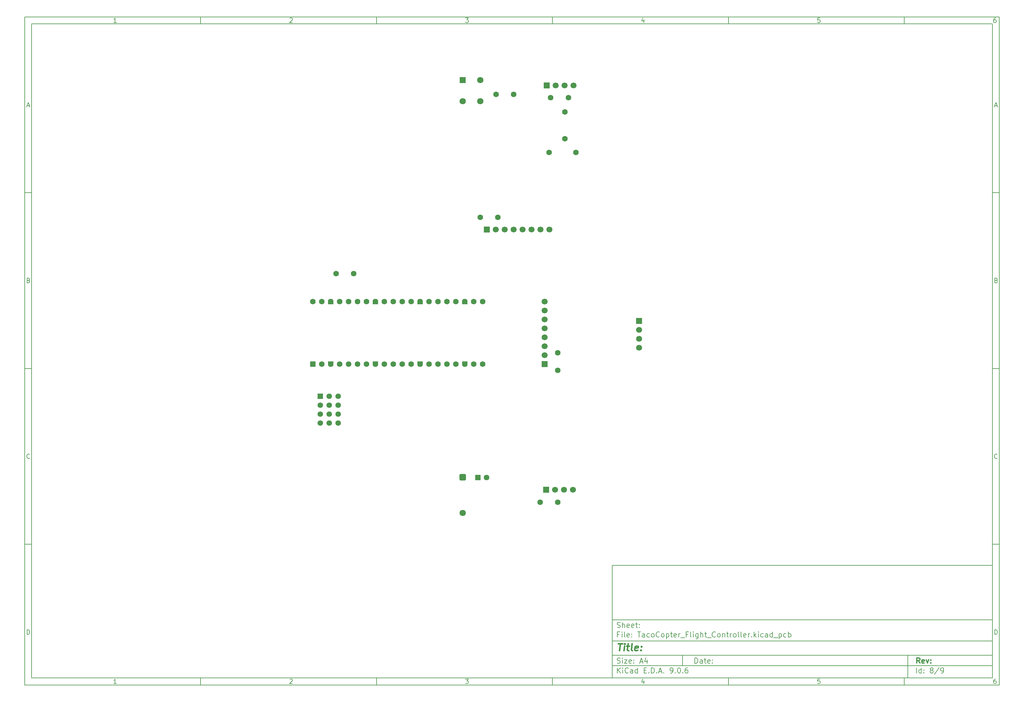
<source format=gbs>
%TF.GenerationSoftware,KiCad,Pcbnew,9.0.6*%
%TF.CreationDate,2025-12-23T20:17:25-05:00*%
%TF.ProjectId,TacoCopter_Flight_Controller,5461636f-436f-4707-9465-725f466c6967,rev?*%
%TF.SameCoordinates,Original*%
%TF.FileFunction,Soldermask,Bot*%
%TF.FilePolarity,Negative*%
%FSLAX46Y46*%
G04 Gerber Fmt 4.6, Leading zero omitted, Abs format (unit mm)*
G04 Created by KiCad (PCBNEW 9.0.6) date 2025-12-23 20:17:25*
%MOMM*%
%LPD*%
G01*
G04 APERTURE LIST*
G04 Aperture macros list*
%AMRoundRect*
0 Rectangle with rounded corners*
0 $1 Rounding radius*
0 $2 $3 $4 $5 $6 $7 $8 $9 X,Y pos of 4 corners*
0 Add a 4 corners polygon primitive as box body*
4,1,4,$2,$3,$4,$5,$6,$7,$8,$9,$2,$3,0*
0 Add four circle primitives for the rounded corners*
1,1,$1+$1,$2,$3*
1,1,$1+$1,$4,$5*
1,1,$1+$1,$6,$7*
1,1,$1+$1,$8,$9*
0 Add four rect primitives between the rounded corners*
20,1,$1+$1,$2,$3,$4,$5,0*
20,1,$1+$1,$4,$5,$6,$7,0*
20,1,$1+$1,$6,$7,$8,$9,0*
20,1,$1+$1,$8,$9,$2,$3,0*%
%AMFreePoly0*
4,1,37,0.603843,0.796157,0.639018,0.796157,0.711114,0.766294,0.766294,0.711114,0.796157,0.639018,0.796157,0.603843,0.800000,0.600000,0.800000,-0.600000,0.796157,-0.603843,0.796157,-0.639018,0.766294,-0.711114,0.711114,-0.766294,0.639018,-0.796157,0.603843,-0.796157,0.600000,-0.800000,0.000000,-0.800000,0.000000,-0.796148,-0.078414,-0.796148,-0.232228,-0.765552,-0.377117,-0.705537,
-0.507515,-0.618408,-0.618408,-0.507515,-0.705537,-0.377117,-0.765552,-0.232228,-0.796148,-0.078414,-0.796148,0.078414,-0.765552,0.232228,-0.705537,0.377117,-0.618408,0.507515,-0.507515,0.618408,-0.377117,0.705537,-0.232228,0.765552,-0.078414,0.796148,0.000000,0.796148,0.000000,0.800000,0.600000,0.800000,0.603843,0.796157,0.603843,0.796157,$1*%
%AMFreePoly1*
4,1,37,0.000000,0.796148,0.078414,0.796148,0.232228,0.765552,0.377117,0.705537,0.507515,0.618408,0.618408,0.507515,0.705537,0.377117,0.765552,0.232228,0.796148,0.078414,0.796148,-0.078414,0.765552,-0.232228,0.705537,-0.377117,0.618408,-0.507515,0.507515,-0.618408,0.377117,-0.705537,0.232228,-0.765552,0.078414,-0.796148,0.000000,-0.796148,0.000000,-0.800000,-0.600000,-0.800000,
-0.603843,-0.796157,-0.639018,-0.796157,-0.711114,-0.766294,-0.766294,-0.711114,-0.796157,-0.639018,-0.796157,-0.603843,-0.800000,-0.600000,-0.800000,0.600000,-0.796157,0.603843,-0.796157,0.639018,-0.766294,0.711114,-0.711114,0.766294,-0.639018,0.796157,-0.603843,0.796157,-0.600000,0.800000,0.000000,0.800000,0.000000,0.796148,0.000000,0.796148,$1*%
G04 Aperture macros list end*
%ADD10C,0.100000*%
%ADD11C,0.150000*%
%ADD12C,0.300000*%
%ADD13C,0.400000*%
%ADD14RoundRect,0.200000X0.600000X-0.600000X0.600000X0.600000X-0.600000X0.600000X-0.600000X-0.600000X0*%
%ADD15C,1.600000*%
%ADD16FreePoly0,90.000000*%
%ADD17FreePoly1,90.000000*%
%ADD18R,1.700000X1.700000*%
%ADD19C,1.700000*%
%ADD20RoundRect,0.250000X-0.550000X-0.550000X0.550000X-0.550000X0.550000X0.550000X-0.550000X0.550000X0*%
%ADD21RoundRect,0.102000X-0.685000X0.685000X-0.685000X-0.685000X0.685000X-0.685000X0.685000X0.685000X0*%
%ADD22C,1.574000*%
%ADD23RoundRect,0.250000X-0.650000X0.650000X-0.650000X-0.650000X0.650000X-0.650000X0.650000X0.650000X0*%
%ADD24C,1.800000*%
%ADD25R,1.800000X1.800000*%
G04 APERTURE END LIST*
D10*
D11*
X177002200Y-166007200D02*
X285002200Y-166007200D01*
X285002200Y-198007200D01*
X177002200Y-198007200D01*
X177002200Y-166007200D01*
D10*
D11*
X10000000Y-10000000D02*
X287002200Y-10000000D01*
X287002200Y-200007200D01*
X10000000Y-200007200D01*
X10000000Y-10000000D01*
D10*
D11*
X12000000Y-12000000D02*
X285002200Y-12000000D01*
X285002200Y-198007200D01*
X12000000Y-198007200D01*
X12000000Y-12000000D01*
D10*
D11*
X60000000Y-12000000D02*
X60000000Y-10000000D01*
D10*
D11*
X110000000Y-12000000D02*
X110000000Y-10000000D01*
D10*
D11*
X160000000Y-12000000D02*
X160000000Y-10000000D01*
D10*
D11*
X210000000Y-12000000D02*
X210000000Y-10000000D01*
D10*
D11*
X260000000Y-12000000D02*
X260000000Y-10000000D01*
D10*
D11*
X36089160Y-11593604D02*
X35346303Y-11593604D01*
X35717731Y-11593604D02*
X35717731Y-10293604D01*
X35717731Y-10293604D02*
X35593922Y-10479319D01*
X35593922Y-10479319D02*
X35470112Y-10603128D01*
X35470112Y-10603128D02*
X35346303Y-10665033D01*
D10*
D11*
X85346303Y-10417414D02*
X85408207Y-10355509D01*
X85408207Y-10355509D02*
X85532017Y-10293604D01*
X85532017Y-10293604D02*
X85841541Y-10293604D01*
X85841541Y-10293604D02*
X85965350Y-10355509D01*
X85965350Y-10355509D02*
X86027255Y-10417414D01*
X86027255Y-10417414D02*
X86089160Y-10541223D01*
X86089160Y-10541223D02*
X86089160Y-10665033D01*
X86089160Y-10665033D02*
X86027255Y-10850747D01*
X86027255Y-10850747D02*
X85284398Y-11593604D01*
X85284398Y-11593604D02*
X86089160Y-11593604D01*
D10*
D11*
X135284398Y-10293604D02*
X136089160Y-10293604D01*
X136089160Y-10293604D02*
X135655826Y-10788842D01*
X135655826Y-10788842D02*
X135841541Y-10788842D01*
X135841541Y-10788842D02*
X135965350Y-10850747D01*
X135965350Y-10850747D02*
X136027255Y-10912652D01*
X136027255Y-10912652D02*
X136089160Y-11036461D01*
X136089160Y-11036461D02*
X136089160Y-11345985D01*
X136089160Y-11345985D02*
X136027255Y-11469795D01*
X136027255Y-11469795D02*
X135965350Y-11531700D01*
X135965350Y-11531700D02*
X135841541Y-11593604D01*
X135841541Y-11593604D02*
X135470112Y-11593604D01*
X135470112Y-11593604D02*
X135346303Y-11531700D01*
X135346303Y-11531700D02*
X135284398Y-11469795D01*
D10*
D11*
X185965350Y-10726938D02*
X185965350Y-11593604D01*
X185655826Y-10231700D02*
X185346303Y-11160271D01*
X185346303Y-11160271D02*
X186151064Y-11160271D01*
D10*
D11*
X236027255Y-10293604D02*
X235408207Y-10293604D01*
X235408207Y-10293604D02*
X235346303Y-10912652D01*
X235346303Y-10912652D02*
X235408207Y-10850747D01*
X235408207Y-10850747D02*
X235532017Y-10788842D01*
X235532017Y-10788842D02*
X235841541Y-10788842D01*
X235841541Y-10788842D02*
X235965350Y-10850747D01*
X235965350Y-10850747D02*
X236027255Y-10912652D01*
X236027255Y-10912652D02*
X236089160Y-11036461D01*
X236089160Y-11036461D02*
X236089160Y-11345985D01*
X236089160Y-11345985D02*
X236027255Y-11469795D01*
X236027255Y-11469795D02*
X235965350Y-11531700D01*
X235965350Y-11531700D02*
X235841541Y-11593604D01*
X235841541Y-11593604D02*
X235532017Y-11593604D01*
X235532017Y-11593604D02*
X235408207Y-11531700D01*
X235408207Y-11531700D02*
X235346303Y-11469795D01*
D10*
D11*
X285965350Y-10293604D02*
X285717731Y-10293604D01*
X285717731Y-10293604D02*
X285593922Y-10355509D01*
X285593922Y-10355509D02*
X285532017Y-10417414D01*
X285532017Y-10417414D02*
X285408207Y-10603128D01*
X285408207Y-10603128D02*
X285346303Y-10850747D01*
X285346303Y-10850747D02*
X285346303Y-11345985D01*
X285346303Y-11345985D02*
X285408207Y-11469795D01*
X285408207Y-11469795D02*
X285470112Y-11531700D01*
X285470112Y-11531700D02*
X285593922Y-11593604D01*
X285593922Y-11593604D02*
X285841541Y-11593604D01*
X285841541Y-11593604D02*
X285965350Y-11531700D01*
X285965350Y-11531700D02*
X286027255Y-11469795D01*
X286027255Y-11469795D02*
X286089160Y-11345985D01*
X286089160Y-11345985D02*
X286089160Y-11036461D01*
X286089160Y-11036461D02*
X286027255Y-10912652D01*
X286027255Y-10912652D02*
X285965350Y-10850747D01*
X285965350Y-10850747D02*
X285841541Y-10788842D01*
X285841541Y-10788842D02*
X285593922Y-10788842D01*
X285593922Y-10788842D02*
X285470112Y-10850747D01*
X285470112Y-10850747D02*
X285408207Y-10912652D01*
X285408207Y-10912652D02*
X285346303Y-11036461D01*
D10*
D11*
X60000000Y-198007200D02*
X60000000Y-200007200D01*
D10*
D11*
X110000000Y-198007200D02*
X110000000Y-200007200D01*
D10*
D11*
X160000000Y-198007200D02*
X160000000Y-200007200D01*
D10*
D11*
X210000000Y-198007200D02*
X210000000Y-200007200D01*
D10*
D11*
X260000000Y-198007200D02*
X260000000Y-200007200D01*
D10*
D11*
X36089160Y-199600804D02*
X35346303Y-199600804D01*
X35717731Y-199600804D02*
X35717731Y-198300804D01*
X35717731Y-198300804D02*
X35593922Y-198486519D01*
X35593922Y-198486519D02*
X35470112Y-198610328D01*
X35470112Y-198610328D02*
X35346303Y-198672233D01*
D10*
D11*
X85346303Y-198424614D02*
X85408207Y-198362709D01*
X85408207Y-198362709D02*
X85532017Y-198300804D01*
X85532017Y-198300804D02*
X85841541Y-198300804D01*
X85841541Y-198300804D02*
X85965350Y-198362709D01*
X85965350Y-198362709D02*
X86027255Y-198424614D01*
X86027255Y-198424614D02*
X86089160Y-198548423D01*
X86089160Y-198548423D02*
X86089160Y-198672233D01*
X86089160Y-198672233D02*
X86027255Y-198857947D01*
X86027255Y-198857947D02*
X85284398Y-199600804D01*
X85284398Y-199600804D02*
X86089160Y-199600804D01*
D10*
D11*
X135284398Y-198300804D02*
X136089160Y-198300804D01*
X136089160Y-198300804D02*
X135655826Y-198796042D01*
X135655826Y-198796042D02*
X135841541Y-198796042D01*
X135841541Y-198796042D02*
X135965350Y-198857947D01*
X135965350Y-198857947D02*
X136027255Y-198919852D01*
X136027255Y-198919852D02*
X136089160Y-199043661D01*
X136089160Y-199043661D02*
X136089160Y-199353185D01*
X136089160Y-199353185D02*
X136027255Y-199476995D01*
X136027255Y-199476995D02*
X135965350Y-199538900D01*
X135965350Y-199538900D02*
X135841541Y-199600804D01*
X135841541Y-199600804D02*
X135470112Y-199600804D01*
X135470112Y-199600804D02*
X135346303Y-199538900D01*
X135346303Y-199538900D02*
X135284398Y-199476995D01*
D10*
D11*
X185965350Y-198734138D02*
X185965350Y-199600804D01*
X185655826Y-198238900D02*
X185346303Y-199167471D01*
X185346303Y-199167471D02*
X186151064Y-199167471D01*
D10*
D11*
X236027255Y-198300804D02*
X235408207Y-198300804D01*
X235408207Y-198300804D02*
X235346303Y-198919852D01*
X235346303Y-198919852D02*
X235408207Y-198857947D01*
X235408207Y-198857947D02*
X235532017Y-198796042D01*
X235532017Y-198796042D02*
X235841541Y-198796042D01*
X235841541Y-198796042D02*
X235965350Y-198857947D01*
X235965350Y-198857947D02*
X236027255Y-198919852D01*
X236027255Y-198919852D02*
X236089160Y-199043661D01*
X236089160Y-199043661D02*
X236089160Y-199353185D01*
X236089160Y-199353185D02*
X236027255Y-199476995D01*
X236027255Y-199476995D02*
X235965350Y-199538900D01*
X235965350Y-199538900D02*
X235841541Y-199600804D01*
X235841541Y-199600804D02*
X235532017Y-199600804D01*
X235532017Y-199600804D02*
X235408207Y-199538900D01*
X235408207Y-199538900D02*
X235346303Y-199476995D01*
D10*
D11*
X285965350Y-198300804D02*
X285717731Y-198300804D01*
X285717731Y-198300804D02*
X285593922Y-198362709D01*
X285593922Y-198362709D02*
X285532017Y-198424614D01*
X285532017Y-198424614D02*
X285408207Y-198610328D01*
X285408207Y-198610328D02*
X285346303Y-198857947D01*
X285346303Y-198857947D02*
X285346303Y-199353185D01*
X285346303Y-199353185D02*
X285408207Y-199476995D01*
X285408207Y-199476995D02*
X285470112Y-199538900D01*
X285470112Y-199538900D02*
X285593922Y-199600804D01*
X285593922Y-199600804D02*
X285841541Y-199600804D01*
X285841541Y-199600804D02*
X285965350Y-199538900D01*
X285965350Y-199538900D02*
X286027255Y-199476995D01*
X286027255Y-199476995D02*
X286089160Y-199353185D01*
X286089160Y-199353185D02*
X286089160Y-199043661D01*
X286089160Y-199043661D02*
X286027255Y-198919852D01*
X286027255Y-198919852D02*
X285965350Y-198857947D01*
X285965350Y-198857947D02*
X285841541Y-198796042D01*
X285841541Y-198796042D02*
X285593922Y-198796042D01*
X285593922Y-198796042D02*
X285470112Y-198857947D01*
X285470112Y-198857947D02*
X285408207Y-198919852D01*
X285408207Y-198919852D02*
X285346303Y-199043661D01*
D10*
D11*
X10000000Y-60000000D02*
X12000000Y-60000000D01*
D10*
D11*
X10000000Y-110000000D02*
X12000000Y-110000000D01*
D10*
D11*
X10000000Y-160000000D02*
X12000000Y-160000000D01*
D10*
D11*
X10690476Y-35222176D02*
X11309523Y-35222176D01*
X10566666Y-35593604D02*
X10999999Y-34293604D01*
X10999999Y-34293604D02*
X11433333Y-35593604D01*
D10*
D11*
X11092857Y-84912652D02*
X11278571Y-84974557D01*
X11278571Y-84974557D02*
X11340476Y-85036461D01*
X11340476Y-85036461D02*
X11402380Y-85160271D01*
X11402380Y-85160271D02*
X11402380Y-85345985D01*
X11402380Y-85345985D02*
X11340476Y-85469795D01*
X11340476Y-85469795D02*
X11278571Y-85531700D01*
X11278571Y-85531700D02*
X11154761Y-85593604D01*
X11154761Y-85593604D02*
X10659523Y-85593604D01*
X10659523Y-85593604D02*
X10659523Y-84293604D01*
X10659523Y-84293604D02*
X11092857Y-84293604D01*
X11092857Y-84293604D02*
X11216666Y-84355509D01*
X11216666Y-84355509D02*
X11278571Y-84417414D01*
X11278571Y-84417414D02*
X11340476Y-84541223D01*
X11340476Y-84541223D02*
X11340476Y-84665033D01*
X11340476Y-84665033D02*
X11278571Y-84788842D01*
X11278571Y-84788842D02*
X11216666Y-84850747D01*
X11216666Y-84850747D02*
X11092857Y-84912652D01*
X11092857Y-84912652D02*
X10659523Y-84912652D01*
D10*
D11*
X11402380Y-135469795D02*
X11340476Y-135531700D01*
X11340476Y-135531700D02*
X11154761Y-135593604D01*
X11154761Y-135593604D02*
X11030952Y-135593604D01*
X11030952Y-135593604D02*
X10845238Y-135531700D01*
X10845238Y-135531700D02*
X10721428Y-135407890D01*
X10721428Y-135407890D02*
X10659523Y-135284080D01*
X10659523Y-135284080D02*
X10597619Y-135036461D01*
X10597619Y-135036461D02*
X10597619Y-134850747D01*
X10597619Y-134850747D02*
X10659523Y-134603128D01*
X10659523Y-134603128D02*
X10721428Y-134479319D01*
X10721428Y-134479319D02*
X10845238Y-134355509D01*
X10845238Y-134355509D02*
X11030952Y-134293604D01*
X11030952Y-134293604D02*
X11154761Y-134293604D01*
X11154761Y-134293604D02*
X11340476Y-134355509D01*
X11340476Y-134355509D02*
X11402380Y-134417414D01*
D10*
D11*
X10659523Y-185593604D02*
X10659523Y-184293604D01*
X10659523Y-184293604D02*
X10969047Y-184293604D01*
X10969047Y-184293604D02*
X11154761Y-184355509D01*
X11154761Y-184355509D02*
X11278571Y-184479319D01*
X11278571Y-184479319D02*
X11340476Y-184603128D01*
X11340476Y-184603128D02*
X11402380Y-184850747D01*
X11402380Y-184850747D02*
X11402380Y-185036461D01*
X11402380Y-185036461D02*
X11340476Y-185284080D01*
X11340476Y-185284080D02*
X11278571Y-185407890D01*
X11278571Y-185407890D02*
X11154761Y-185531700D01*
X11154761Y-185531700D02*
X10969047Y-185593604D01*
X10969047Y-185593604D02*
X10659523Y-185593604D01*
D10*
D11*
X287002200Y-60000000D02*
X285002200Y-60000000D01*
D10*
D11*
X287002200Y-110000000D02*
X285002200Y-110000000D01*
D10*
D11*
X287002200Y-160000000D02*
X285002200Y-160000000D01*
D10*
D11*
X285692676Y-35222176D02*
X286311723Y-35222176D01*
X285568866Y-35593604D02*
X286002199Y-34293604D01*
X286002199Y-34293604D02*
X286435533Y-35593604D01*
D10*
D11*
X286095057Y-84912652D02*
X286280771Y-84974557D01*
X286280771Y-84974557D02*
X286342676Y-85036461D01*
X286342676Y-85036461D02*
X286404580Y-85160271D01*
X286404580Y-85160271D02*
X286404580Y-85345985D01*
X286404580Y-85345985D02*
X286342676Y-85469795D01*
X286342676Y-85469795D02*
X286280771Y-85531700D01*
X286280771Y-85531700D02*
X286156961Y-85593604D01*
X286156961Y-85593604D02*
X285661723Y-85593604D01*
X285661723Y-85593604D02*
X285661723Y-84293604D01*
X285661723Y-84293604D02*
X286095057Y-84293604D01*
X286095057Y-84293604D02*
X286218866Y-84355509D01*
X286218866Y-84355509D02*
X286280771Y-84417414D01*
X286280771Y-84417414D02*
X286342676Y-84541223D01*
X286342676Y-84541223D02*
X286342676Y-84665033D01*
X286342676Y-84665033D02*
X286280771Y-84788842D01*
X286280771Y-84788842D02*
X286218866Y-84850747D01*
X286218866Y-84850747D02*
X286095057Y-84912652D01*
X286095057Y-84912652D02*
X285661723Y-84912652D01*
D10*
D11*
X286404580Y-135469795D02*
X286342676Y-135531700D01*
X286342676Y-135531700D02*
X286156961Y-135593604D01*
X286156961Y-135593604D02*
X286033152Y-135593604D01*
X286033152Y-135593604D02*
X285847438Y-135531700D01*
X285847438Y-135531700D02*
X285723628Y-135407890D01*
X285723628Y-135407890D02*
X285661723Y-135284080D01*
X285661723Y-135284080D02*
X285599819Y-135036461D01*
X285599819Y-135036461D02*
X285599819Y-134850747D01*
X285599819Y-134850747D02*
X285661723Y-134603128D01*
X285661723Y-134603128D02*
X285723628Y-134479319D01*
X285723628Y-134479319D02*
X285847438Y-134355509D01*
X285847438Y-134355509D02*
X286033152Y-134293604D01*
X286033152Y-134293604D02*
X286156961Y-134293604D01*
X286156961Y-134293604D02*
X286342676Y-134355509D01*
X286342676Y-134355509D02*
X286404580Y-134417414D01*
D10*
D11*
X285661723Y-185593604D02*
X285661723Y-184293604D01*
X285661723Y-184293604D02*
X285971247Y-184293604D01*
X285971247Y-184293604D02*
X286156961Y-184355509D01*
X286156961Y-184355509D02*
X286280771Y-184479319D01*
X286280771Y-184479319D02*
X286342676Y-184603128D01*
X286342676Y-184603128D02*
X286404580Y-184850747D01*
X286404580Y-184850747D02*
X286404580Y-185036461D01*
X286404580Y-185036461D02*
X286342676Y-185284080D01*
X286342676Y-185284080D02*
X286280771Y-185407890D01*
X286280771Y-185407890D02*
X286156961Y-185531700D01*
X286156961Y-185531700D02*
X285971247Y-185593604D01*
X285971247Y-185593604D02*
X285661723Y-185593604D01*
D10*
D11*
X200458026Y-193793328D02*
X200458026Y-192293328D01*
X200458026Y-192293328D02*
X200815169Y-192293328D01*
X200815169Y-192293328D02*
X201029455Y-192364757D01*
X201029455Y-192364757D02*
X201172312Y-192507614D01*
X201172312Y-192507614D02*
X201243741Y-192650471D01*
X201243741Y-192650471D02*
X201315169Y-192936185D01*
X201315169Y-192936185D02*
X201315169Y-193150471D01*
X201315169Y-193150471D02*
X201243741Y-193436185D01*
X201243741Y-193436185D02*
X201172312Y-193579042D01*
X201172312Y-193579042D02*
X201029455Y-193721900D01*
X201029455Y-193721900D02*
X200815169Y-193793328D01*
X200815169Y-193793328D02*
X200458026Y-193793328D01*
X202600884Y-193793328D02*
X202600884Y-193007614D01*
X202600884Y-193007614D02*
X202529455Y-192864757D01*
X202529455Y-192864757D02*
X202386598Y-192793328D01*
X202386598Y-192793328D02*
X202100884Y-192793328D01*
X202100884Y-192793328D02*
X201958026Y-192864757D01*
X202600884Y-193721900D02*
X202458026Y-193793328D01*
X202458026Y-193793328D02*
X202100884Y-193793328D01*
X202100884Y-193793328D02*
X201958026Y-193721900D01*
X201958026Y-193721900D02*
X201886598Y-193579042D01*
X201886598Y-193579042D02*
X201886598Y-193436185D01*
X201886598Y-193436185D02*
X201958026Y-193293328D01*
X201958026Y-193293328D02*
X202100884Y-193221900D01*
X202100884Y-193221900D02*
X202458026Y-193221900D01*
X202458026Y-193221900D02*
X202600884Y-193150471D01*
X203100884Y-192793328D02*
X203672312Y-192793328D01*
X203315169Y-192293328D02*
X203315169Y-193579042D01*
X203315169Y-193579042D02*
X203386598Y-193721900D01*
X203386598Y-193721900D02*
X203529455Y-193793328D01*
X203529455Y-193793328D02*
X203672312Y-193793328D01*
X204743741Y-193721900D02*
X204600884Y-193793328D01*
X204600884Y-193793328D02*
X204315170Y-193793328D01*
X204315170Y-193793328D02*
X204172312Y-193721900D01*
X204172312Y-193721900D02*
X204100884Y-193579042D01*
X204100884Y-193579042D02*
X204100884Y-193007614D01*
X204100884Y-193007614D02*
X204172312Y-192864757D01*
X204172312Y-192864757D02*
X204315170Y-192793328D01*
X204315170Y-192793328D02*
X204600884Y-192793328D01*
X204600884Y-192793328D02*
X204743741Y-192864757D01*
X204743741Y-192864757D02*
X204815170Y-193007614D01*
X204815170Y-193007614D02*
X204815170Y-193150471D01*
X204815170Y-193150471D02*
X204100884Y-193293328D01*
X205458026Y-193650471D02*
X205529455Y-193721900D01*
X205529455Y-193721900D02*
X205458026Y-193793328D01*
X205458026Y-193793328D02*
X205386598Y-193721900D01*
X205386598Y-193721900D02*
X205458026Y-193650471D01*
X205458026Y-193650471D02*
X205458026Y-193793328D01*
X205458026Y-192864757D02*
X205529455Y-192936185D01*
X205529455Y-192936185D02*
X205458026Y-193007614D01*
X205458026Y-193007614D02*
X205386598Y-192936185D01*
X205386598Y-192936185D02*
X205458026Y-192864757D01*
X205458026Y-192864757D02*
X205458026Y-193007614D01*
D10*
D11*
X177002200Y-194507200D02*
X285002200Y-194507200D01*
D10*
D11*
X178458026Y-196593328D02*
X178458026Y-195093328D01*
X179315169Y-196593328D02*
X178672312Y-195736185D01*
X179315169Y-195093328D02*
X178458026Y-195950471D01*
X179958026Y-196593328D02*
X179958026Y-195593328D01*
X179958026Y-195093328D02*
X179886598Y-195164757D01*
X179886598Y-195164757D02*
X179958026Y-195236185D01*
X179958026Y-195236185D02*
X180029455Y-195164757D01*
X180029455Y-195164757D02*
X179958026Y-195093328D01*
X179958026Y-195093328D02*
X179958026Y-195236185D01*
X181529455Y-196450471D02*
X181458027Y-196521900D01*
X181458027Y-196521900D02*
X181243741Y-196593328D01*
X181243741Y-196593328D02*
X181100884Y-196593328D01*
X181100884Y-196593328D02*
X180886598Y-196521900D01*
X180886598Y-196521900D02*
X180743741Y-196379042D01*
X180743741Y-196379042D02*
X180672312Y-196236185D01*
X180672312Y-196236185D02*
X180600884Y-195950471D01*
X180600884Y-195950471D02*
X180600884Y-195736185D01*
X180600884Y-195736185D02*
X180672312Y-195450471D01*
X180672312Y-195450471D02*
X180743741Y-195307614D01*
X180743741Y-195307614D02*
X180886598Y-195164757D01*
X180886598Y-195164757D02*
X181100884Y-195093328D01*
X181100884Y-195093328D02*
X181243741Y-195093328D01*
X181243741Y-195093328D02*
X181458027Y-195164757D01*
X181458027Y-195164757D02*
X181529455Y-195236185D01*
X182815170Y-196593328D02*
X182815170Y-195807614D01*
X182815170Y-195807614D02*
X182743741Y-195664757D01*
X182743741Y-195664757D02*
X182600884Y-195593328D01*
X182600884Y-195593328D02*
X182315170Y-195593328D01*
X182315170Y-195593328D02*
X182172312Y-195664757D01*
X182815170Y-196521900D02*
X182672312Y-196593328D01*
X182672312Y-196593328D02*
X182315170Y-196593328D01*
X182315170Y-196593328D02*
X182172312Y-196521900D01*
X182172312Y-196521900D02*
X182100884Y-196379042D01*
X182100884Y-196379042D02*
X182100884Y-196236185D01*
X182100884Y-196236185D02*
X182172312Y-196093328D01*
X182172312Y-196093328D02*
X182315170Y-196021900D01*
X182315170Y-196021900D02*
X182672312Y-196021900D01*
X182672312Y-196021900D02*
X182815170Y-195950471D01*
X184172313Y-196593328D02*
X184172313Y-195093328D01*
X184172313Y-196521900D02*
X184029455Y-196593328D01*
X184029455Y-196593328D02*
X183743741Y-196593328D01*
X183743741Y-196593328D02*
X183600884Y-196521900D01*
X183600884Y-196521900D02*
X183529455Y-196450471D01*
X183529455Y-196450471D02*
X183458027Y-196307614D01*
X183458027Y-196307614D02*
X183458027Y-195879042D01*
X183458027Y-195879042D02*
X183529455Y-195736185D01*
X183529455Y-195736185D02*
X183600884Y-195664757D01*
X183600884Y-195664757D02*
X183743741Y-195593328D01*
X183743741Y-195593328D02*
X184029455Y-195593328D01*
X184029455Y-195593328D02*
X184172313Y-195664757D01*
X186029455Y-195807614D02*
X186529455Y-195807614D01*
X186743741Y-196593328D02*
X186029455Y-196593328D01*
X186029455Y-196593328D02*
X186029455Y-195093328D01*
X186029455Y-195093328D02*
X186743741Y-195093328D01*
X187386598Y-196450471D02*
X187458027Y-196521900D01*
X187458027Y-196521900D02*
X187386598Y-196593328D01*
X187386598Y-196593328D02*
X187315170Y-196521900D01*
X187315170Y-196521900D02*
X187386598Y-196450471D01*
X187386598Y-196450471D02*
X187386598Y-196593328D01*
X188100884Y-196593328D02*
X188100884Y-195093328D01*
X188100884Y-195093328D02*
X188458027Y-195093328D01*
X188458027Y-195093328D02*
X188672313Y-195164757D01*
X188672313Y-195164757D02*
X188815170Y-195307614D01*
X188815170Y-195307614D02*
X188886599Y-195450471D01*
X188886599Y-195450471D02*
X188958027Y-195736185D01*
X188958027Y-195736185D02*
X188958027Y-195950471D01*
X188958027Y-195950471D02*
X188886599Y-196236185D01*
X188886599Y-196236185D02*
X188815170Y-196379042D01*
X188815170Y-196379042D02*
X188672313Y-196521900D01*
X188672313Y-196521900D02*
X188458027Y-196593328D01*
X188458027Y-196593328D02*
X188100884Y-196593328D01*
X189600884Y-196450471D02*
X189672313Y-196521900D01*
X189672313Y-196521900D02*
X189600884Y-196593328D01*
X189600884Y-196593328D02*
X189529456Y-196521900D01*
X189529456Y-196521900D02*
X189600884Y-196450471D01*
X189600884Y-196450471D02*
X189600884Y-196593328D01*
X190243742Y-196164757D02*
X190958028Y-196164757D01*
X190100885Y-196593328D02*
X190600885Y-195093328D01*
X190600885Y-195093328D02*
X191100885Y-196593328D01*
X191600884Y-196450471D02*
X191672313Y-196521900D01*
X191672313Y-196521900D02*
X191600884Y-196593328D01*
X191600884Y-196593328D02*
X191529456Y-196521900D01*
X191529456Y-196521900D02*
X191600884Y-196450471D01*
X191600884Y-196450471D02*
X191600884Y-196593328D01*
X193529456Y-196593328D02*
X193815170Y-196593328D01*
X193815170Y-196593328D02*
X193958027Y-196521900D01*
X193958027Y-196521900D02*
X194029456Y-196450471D01*
X194029456Y-196450471D02*
X194172313Y-196236185D01*
X194172313Y-196236185D02*
X194243742Y-195950471D01*
X194243742Y-195950471D02*
X194243742Y-195379042D01*
X194243742Y-195379042D02*
X194172313Y-195236185D01*
X194172313Y-195236185D02*
X194100885Y-195164757D01*
X194100885Y-195164757D02*
X193958027Y-195093328D01*
X193958027Y-195093328D02*
X193672313Y-195093328D01*
X193672313Y-195093328D02*
X193529456Y-195164757D01*
X193529456Y-195164757D02*
X193458027Y-195236185D01*
X193458027Y-195236185D02*
X193386599Y-195379042D01*
X193386599Y-195379042D02*
X193386599Y-195736185D01*
X193386599Y-195736185D02*
X193458027Y-195879042D01*
X193458027Y-195879042D02*
X193529456Y-195950471D01*
X193529456Y-195950471D02*
X193672313Y-196021900D01*
X193672313Y-196021900D02*
X193958027Y-196021900D01*
X193958027Y-196021900D02*
X194100885Y-195950471D01*
X194100885Y-195950471D02*
X194172313Y-195879042D01*
X194172313Y-195879042D02*
X194243742Y-195736185D01*
X194886598Y-196450471D02*
X194958027Y-196521900D01*
X194958027Y-196521900D02*
X194886598Y-196593328D01*
X194886598Y-196593328D02*
X194815170Y-196521900D01*
X194815170Y-196521900D02*
X194886598Y-196450471D01*
X194886598Y-196450471D02*
X194886598Y-196593328D01*
X195886599Y-195093328D02*
X196029456Y-195093328D01*
X196029456Y-195093328D02*
X196172313Y-195164757D01*
X196172313Y-195164757D02*
X196243742Y-195236185D01*
X196243742Y-195236185D02*
X196315170Y-195379042D01*
X196315170Y-195379042D02*
X196386599Y-195664757D01*
X196386599Y-195664757D02*
X196386599Y-196021900D01*
X196386599Y-196021900D02*
X196315170Y-196307614D01*
X196315170Y-196307614D02*
X196243742Y-196450471D01*
X196243742Y-196450471D02*
X196172313Y-196521900D01*
X196172313Y-196521900D02*
X196029456Y-196593328D01*
X196029456Y-196593328D02*
X195886599Y-196593328D01*
X195886599Y-196593328D02*
X195743742Y-196521900D01*
X195743742Y-196521900D02*
X195672313Y-196450471D01*
X195672313Y-196450471D02*
X195600884Y-196307614D01*
X195600884Y-196307614D02*
X195529456Y-196021900D01*
X195529456Y-196021900D02*
X195529456Y-195664757D01*
X195529456Y-195664757D02*
X195600884Y-195379042D01*
X195600884Y-195379042D02*
X195672313Y-195236185D01*
X195672313Y-195236185D02*
X195743742Y-195164757D01*
X195743742Y-195164757D02*
X195886599Y-195093328D01*
X197029455Y-196450471D02*
X197100884Y-196521900D01*
X197100884Y-196521900D02*
X197029455Y-196593328D01*
X197029455Y-196593328D02*
X196958027Y-196521900D01*
X196958027Y-196521900D02*
X197029455Y-196450471D01*
X197029455Y-196450471D02*
X197029455Y-196593328D01*
X198386599Y-195093328D02*
X198100884Y-195093328D01*
X198100884Y-195093328D02*
X197958027Y-195164757D01*
X197958027Y-195164757D02*
X197886599Y-195236185D01*
X197886599Y-195236185D02*
X197743741Y-195450471D01*
X197743741Y-195450471D02*
X197672313Y-195736185D01*
X197672313Y-195736185D02*
X197672313Y-196307614D01*
X197672313Y-196307614D02*
X197743741Y-196450471D01*
X197743741Y-196450471D02*
X197815170Y-196521900D01*
X197815170Y-196521900D02*
X197958027Y-196593328D01*
X197958027Y-196593328D02*
X198243741Y-196593328D01*
X198243741Y-196593328D02*
X198386599Y-196521900D01*
X198386599Y-196521900D02*
X198458027Y-196450471D01*
X198458027Y-196450471D02*
X198529456Y-196307614D01*
X198529456Y-196307614D02*
X198529456Y-195950471D01*
X198529456Y-195950471D02*
X198458027Y-195807614D01*
X198458027Y-195807614D02*
X198386599Y-195736185D01*
X198386599Y-195736185D02*
X198243741Y-195664757D01*
X198243741Y-195664757D02*
X197958027Y-195664757D01*
X197958027Y-195664757D02*
X197815170Y-195736185D01*
X197815170Y-195736185D02*
X197743741Y-195807614D01*
X197743741Y-195807614D02*
X197672313Y-195950471D01*
D10*
D11*
X177002200Y-191507200D02*
X285002200Y-191507200D01*
D10*
D12*
X264413853Y-193785528D02*
X263913853Y-193071242D01*
X263556710Y-193785528D02*
X263556710Y-192285528D01*
X263556710Y-192285528D02*
X264128139Y-192285528D01*
X264128139Y-192285528D02*
X264270996Y-192356957D01*
X264270996Y-192356957D02*
X264342425Y-192428385D01*
X264342425Y-192428385D02*
X264413853Y-192571242D01*
X264413853Y-192571242D02*
X264413853Y-192785528D01*
X264413853Y-192785528D02*
X264342425Y-192928385D01*
X264342425Y-192928385D02*
X264270996Y-192999814D01*
X264270996Y-192999814D02*
X264128139Y-193071242D01*
X264128139Y-193071242D02*
X263556710Y-193071242D01*
X265628139Y-193714100D02*
X265485282Y-193785528D01*
X265485282Y-193785528D02*
X265199568Y-193785528D01*
X265199568Y-193785528D02*
X265056710Y-193714100D01*
X265056710Y-193714100D02*
X264985282Y-193571242D01*
X264985282Y-193571242D02*
X264985282Y-192999814D01*
X264985282Y-192999814D02*
X265056710Y-192856957D01*
X265056710Y-192856957D02*
X265199568Y-192785528D01*
X265199568Y-192785528D02*
X265485282Y-192785528D01*
X265485282Y-192785528D02*
X265628139Y-192856957D01*
X265628139Y-192856957D02*
X265699568Y-192999814D01*
X265699568Y-192999814D02*
X265699568Y-193142671D01*
X265699568Y-193142671D02*
X264985282Y-193285528D01*
X266199567Y-192785528D02*
X266556710Y-193785528D01*
X266556710Y-193785528D02*
X266913853Y-192785528D01*
X267485281Y-193642671D02*
X267556710Y-193714100D01*
X267556710Y-193714100D02*
X267485281Y-193785528D01*
X267485281Y-193785528D02*
X267413853Y-193714100D01*
X267413853Y-193714100D02*
X267485281Y-193642671D01*
X267485281Y-193642671D02*
X267485281Y-193785528D01*
X267485281Y-192856957D02*
X267556710Y-192928385D01*
X267556710Y-192928385D02*
X267485281Y-192999814D01*
X267485281Y-192999814D02*
X267413853Y-192928385D01*
X267413853Y-192928385D02*
X267485281Y-192856957D01*
X267485281Y-192856957D02*
X267485281Y-192999814D01*
D10*
D11*
X178386598Y-193721900D02*
X178600884Y-193793328D01*
X178600884Y-193793328D02*
X178958026Y-193793328D01*
X178958026Y-193793328D02*
X179100884Y-193721900D01*
X179100884Y-193721900D02*
X179172312Y-193650471D01*
X179172312Y-193650471D02*
X179243741Y-193507614D01*
X179243741Y-193507614D02*
X179243741Y-193364757D01*
X179243741Y-193364757D02*
X179172312Y-193221900D01*
X179172312Y-193221900D02*
X179100884Y-193150471D01*
X179100884Y-193150471D02*
X178958026Y-193079042D01*
X178958026Y-193079042D02*
X178672312Y-193007614D01*
X178672312Y-193007614D02*
X178529455Y-192936185D01*
X178529455Y-192936185D02*
X178458026Y-192864757D01*
X178458026Y-192864757D02*
X178386598Y-192721900D01*
X178386598Y-192721900D02*
X178386598Y-192579042D01*
X178386598Y-192579042D02*
X178458026Y-192436185D01*
X178458026Y-192436185D02*
X178529455Y-192364757D01*
X178529455Y-192364757D02*
X178672312Y-192293328D01*
X178672312Y-192293328D02*
X179029455Y-192293328D01*
X179029455Y-192293328D02*
X179243741Y-192364757D01*
X179886597Y-193793328D02*
X179886597Y-192793328D01*
X179886597Y-192293328D02*
X179815169Y-192364757D01*
X179815169Y-192364757D02*
X179886597Y-192436185D01*
X179886597Y-192436185D02*
X179958026Y-192364757D01*
X179958026Y-192364757D02*
X179886597Y-192293328D01*
X179886597Y-192293328D02*
X179886597Y-192436185D01*
X180458026Y-192793328D02*
X181243741Y-192793328D01*
X181243741Y-192793328D02*
X180458026Y-193793328D01*
X180458026Y-193793328D02*
X181243741Y-193793328D01*
X182386598Y-193721900D02*
X182243741Y-193793328D01*
X182243741Y-193793328D02*
X181958027Y-193793328D01*
X181958027Y-193793328D02*
X181815169Y-193721900D01*
X181815169Y-193721900D02*
X181743741Y-193579042D01*
X181743741Y-193579042D02*
X181743741Y-193007614D01*
X181743741Y-193007614D02*
X181815169Y-192864757D01*
X181815169Y-192864757D02*
X181958027Y-192793328D01*
X181958027Y-192793328D02*
X182243741Y-192793328D01*
X182243741Y-192793328D02*
X182386598Y-192864757D01*
X182386598Y-192864757D02*
X182458027Y-193007614D01*
X182458027Y-193007614D02*
X182458027Y-193150471D01*
X182458027Y-193150471D02*
X181743741Y-193293328D01*
X183100883Y-193650471D02*
X183172312Y-193721900D01*
X183172312Y-193721900D02*
X183100883Y-193793328D01*
X183100883Y-193793328D02*
X183029455Y-193721900D01*
X183029455Y-193721900D02*
X183100883Y-193650471D01*
X183100883Y-193650471D02*
X183100883Y-193793328D01*
X183100883Y-192864757D02*
X183172312Y-192936185D01*
X183172312Y-192936185D02*
X183100883Y-193007614D01*
X183100883Y-193007614D02*
X183029455Y-192936185D01*
X183029455Y-192936185D02*
X183100883Y-192864757D01*
X183100883Y-192864757D02*
X183100883Y-193007614D01*
X184886598Y-193364757D02*
X185600884Y-193364757D01*
X184743741Y-193793328D02*
X185243741Y-192293328D01*
X185243741Y-192293328D02*
X185743741Y-193793328D01*
X186886598Y-192793328D02*
X186886598Y-193793328D01*
X186529455Y-192221900D02*
X186172312Y-193293328D01*
X186172312Y-193293328D02*
X187100883Y-193293328D01*
D10*
D11*
X263458026Y-196593328D02*
X263458026Y-195093328D01*
X264815170Y-196593328D02*
X264815170Y-195093328D01*
X264815170Y-196521900D02*
X264672312Y-196593328D01*
X264672312Y-196593328D02*
X264386598Y-196593328D01*
X264386598Y-196593328D02*
X264243741Y-196521900D01*
X264243741Y-196521900D02*
X264172312Y-196450471D01*
X264172312Y-196450471D02*
X264100884Y-196307614D01*
X264100884Y-196307614D02*
X264100884Y-195879042D01*
X264100884Y-195879042D02*
X264172312Y-195736185D01*
X264172312Y-195736185D02*
X264243741Y-195664757D01*
X264243741Y-195664757D02*
X264386598Y-195593328D01*
X264386598Y-195593328D02*
X264672312Y-195593328D01*
X264672312Y-195593328D02*
X264815170Y-195664757D01*
X265529455Y-196450471D02*
X265600884Y-196521900D01*
X265600884Y-196521900D02*
X265529455Y-196593328D01*
X265529455Y-196593328D02*
X265458027Y-196521900D01*
X265458027Y-196521900D02*
X265529455Y-196450471D01*
X265529455Y-196450471D02*
X265529455Y-196593328D01*
X265529455Y-195664757D02*
X265600884Y-195736185D01*
X265600884Y-195736185D02*
X265529455Y-195807614D01*
X265529455Y-195807614D02*
X265458027Y-195736185D01*
X265458027Y-195736185D02*
X265529455Y-195664757D01*
X265529455Y-195664757D02*
X265529455Y-195807614D01*
X267600884Y-195736185D02*
X267458027Y-195664757D01*
X267458027Y-195664757D02*
X267386598Y-195593328D01*
X267386598Y-195593328D02*
X267315170Y-195450471D01*
X267315170Y-195450471D02*
X267315170Y-195379042D01*
X267315170Y-195379042D02*
X267386598Y-195236185D01*
X267386598Y-195236185D02*
X267458027Y-195164757D01*
X267458027Y-195164757D02*
X267600884Y-195093328D01*
X267600884Y-195093328D02*
X267886598Y-195093328D01*
X267886598Y-195093328D02*
X268029456Y-195164757D01*
X268029456Y-195164757D02*
X268100884Y-195236185D01*
X268100884Y-195236185D02*
X268172313Y-195379042D01*
X268172313Y-195379042D02*
X268172313Y-195450471D01*
X268172313Y-195450471D02*
X268100884Y-195593328D01*
X268100884Y-195593328D02*
X268029456Y-195664757D01*
X268029456Y-195664757D02*
X267886598Y-195736185D01*
X267886598Y-195736185D02*
X267600884Y-195736185D01*
X267600884Y-195736185D02*
X267458027Y-195807614D01*
X267458027Y-195807614D02*
X267386598Y-195879042D01*
X267386598Y-195879042D02*
X267315170Y-196021900D01*
X267315170Y-196021900D02*
X267315170Y-196307614D01*
X267315170Y-196307614D02*
X267386598Y-196450471D01*
X267386598Y-196450471D02*
X267458027Y-196521900D01*
X267458027Y-196521900D02*
X267600884Y-196593328D01*
X267600884Y-196593328D02*
X267886598Y-196593328D01*
X267886598Y-196593328D02*
X268029456Y-196521900D01*
X268029456Y-196521900D02*
X268100884Y-196450471D01*
X268100884Y-196450471D02*
X268172313Y-196307614D01*
X268172313Y-196307614D02*
X268172313Y-196021900D01*
X268172313Y-196021900D02*
X268100884Y-195879042D01*
X268100884Y-195879042D02*
X268029456Y-195807614D01*
X268029456Y-195807614D02*
X267886598Y-195736185D01*
X269886598Y-195021900D02*
X268600884Y-196950471D01*
X270458027Y-196593328D02*
X270743741Y-196593328D01*
X270743741Y-196593328D02*
X270886598Y-196521900D01*
X270886598Y-196521900D02*
X270958027Y-196450471D01*
X270958027Y-196450471D02*
X271100884Y-196236185D01*
X271100884Y-196236185D02*
X271172313Y-195950471D01*
X271172313Y-195950471D02*
X271172313Y-195379042D01*
X271172313Y-195379042D02*
X271100884Y-195236185D01*
X271100884Y-195236185D02*
X271029456Y-195164757D01*
X271029456Y-195164757D02*
X270886598Y-195093328D01*
X270886598Y-195093328D02*
X270600884Y-195093328D01*
X270600884Y-195093328D02*
X270458027Y-195164757D01*
X270458027Y-195164757D02*
X270386598Y-195236185D01*
X270386598Y-195236185D02*
X270315170Y-195379042D01*
X270315170Y-195379042D02*
X270315170Y-195736185D01*
X270315170Y-195736185D02*
X270386598Y-195879042D01*
X270386598Y-195879042D02*
X270458027Y-195950471D01*
X270458027Y-195950471D02*
X270600884Y-196021900D01*
X270600884Y-196021900D02*
X270886598Y-196021900D01*
X270886598Y-196021900D02*
X271029456Y-195950471D01*
X271029456Y-195950471D02*
X271100884Y-195879042D01*
X271100884Y-195879042D02*
X271172313Y-195736185D01*
D10*
D11*
X177002200Y-187507200D02*
X285002200Y-187507200D01*
D10*
D13*
X178693928Y-188211638D02*
X179836785Y-188211638D01*
X179015357Y-190211638D02*
X179265357Y-188211638D01*
X180253452Y-190211638D02*
X180420119Y-188878304D01*
X180503452Y-188211638D02*
X180396309Y-188306876D01*
X180396309Y-188306876D02*
X180479643Y-188402114D01*
X180479643Y-188402114D02*
X180586786Y-188306876D01*
X180586786Y-188306876D02*
X180503452Y-188211638D01*
X180503452Y-188211638D02*
X180479643Y-188402114D01*
X181086786Y-188878304D02*
X181848690Y-188878304D01*
X181455833Y-188211638D02*
X181241548Y-189925923D01*
X181241548Y-189925923D02*
X181312976Y-190116400D01*
X181312976Y-190116400D02*
X181491548Y-190211638D01*
X181491548Y-190211638D02*
X181682024Y-190211638D01*
X182634405Y-190211638D02*
X182455833Y-190116400D01*
X182455833Y-190116400D02*
X182384405Y-189925923D01*
X182384405Y-189925923D02*
X182598690Y-188211638D01*
X184170119Y-190116400D02*
X183967738Y-190211638D01*
X183967738Y-190211638D02*
X183586785Y-190211638D01*
X183586785Y-190211638D02*
X183408214Y-190116400D01*
X183408214Y-190116400D02*
X183336785Y-189925923D01*
X183336785Y-189925923D02*
X183432024Y-189164019D01*
X183432024Y-189164019D02*
X183551071Y-188973542D01*
X183551071Y-188973542D02*
X183753452Y-188878304D01*
X183753452Y-188878304D02*
X184134404Y-188878304D01*
X184134404Y-188878304D02*
X184312976Y-188973542D01*
X184312976Y-188973542D02*
X184384404Y-189164019D01*
X184384404Y-189164019D02*
X184360595Y-189354495D01*
X184360595Y-189354495D02*
X183384404Y-189544971D01*
X185134405Y-190021161D02*
X185217738Y-190116400D01*
X185217738Y-190116400D02*
X185110595Y-190211638D01*
X185110595Y-190211638D02*
X185027262Y-190116400D01*
X185027262Y-190116400D02*
X185134405Y-190021161D01*
X185134405Y-190021161D02*
X185110595Y-190211638D01*
X185265357Y-188973542D02*
X185348690Y-189068780D01*
X185348690Y-189068780D02*
X185241548Y-189164019D01*
X185241548Y-189164019D02*
X185158214Y-189068780D01*
X185158214Y-189068780D02*
X185265357Y-188973542D01*
X185265357Y-188973542D02*
X185241548Y-189164019D01*
D10*
D11*
X178958026Y-185607614D02*
X178458026Y-185607614D01*
X178458026Y-186393328D02*
X178458026Y-184893328D01*
X178458026Y-184893328D02*
X179172312Y-184893328D01*
X179743740Y-186393328D02*
X179743740Y-185393328D01*
X179743740Y-184893328D02*
X179672312Y-184964757D01*
X179672312Y-184964757D02*
X179743740Y-185036185D01*
X179743740Y-185036185D02*
X179815169Y-184964757D01*
X179815169Y-184964757D02*
X179743740Y-184893328D01*
X179743740Y-184893328D02*
X179743740Y-185036185D01*
X180672312Y-186393328D02*
X180529455Y-186321900D01*
X180529455Y-186321900D02*
X180458026Y-186179042D01*
X180458026Y-186179042D02*
X180458026Y-184893328D01*
X181815169Y-186321900D02*
X181672312Y-186393328D01*
X181672312Y-186393328D02*
X181386598Y-186393328D01*
X181386598Y-186393328D02*
X181243740Y-186321900D01*
X181243740Y-186321900D02*
X181172312Y-186179042D01*
X181172312Y-186179042D02*
X181172312Y-185607614D01*
X181172312Y-185607614D02*
X181243740Y-185464757D01*
X181243740Y-185464757D02*
X181386598Y-185393328D01*
X181386598Y-185393328D02*
X181672312Y-185393328D01*
X181672312Y-185393328D02*
X181815169Y-185464757D01*
X181815169Y-185464757D02*
X181886598Y-185607614D01*
X181886598Y-185607614D02*
X181886598Y-185750471D01*
X181886598Y-185750471D02*
X181172312Y-185893328D01*
X182529454Y-186250471D02*
X182600883Y-186321900D01*
X182600883Y-186321900D02*
X182529454Y-186393328D01*
X182529454Y-186393328D02*
X182458026Y-186321900D01*
X182458026Y-186321900D02*
X182529454Y-186250471D01*
X182529454Y-186250471D02*
X182529454Y-186393328D01*
X182529454Y-185464757D02*
X182600883Y-185536185D01*
X182600883Y-185536185D02*
X182529454Y-185607614D01*
X182529454Y-185607614D02*
X182458026Y-185536185D01*
X182458026Y-185536185D02*
X182529454Y-185464757D01*
X182529454Y-185464757D02*
X182529454Y-185607614D01*
X184172312Y-184893328D02*
X185029455Y-184893328D01*
X184600883Y-186393328D02*
X184600883Y-184893328D01*
X186172312Y-186393328D02*
X186172312Y-185607614D01*
X186172312Y-185607614D02*
X186100883Y-185464757D01*
X186100883Y-185464757D02*
X185958026Y-185393328D01*
X185958026Y-185393328D02*
X185672312Y-185393328D01*
X185672312Y-185393328D02*
X185529454Y-185464757D01*
X186172312Y-186321900D02*
X186029454Y-186393328D01*
X186029454Y-186393328D02*
X185672312Y-186393328D01*
X185672312Y-186393328D02*
X185529454Y-186321900D01*
X185529454Y-186321900D02*
X185458026Y-186179042D01*
X185458026Y-186179042D02*
X185458026Y-186036185D01*
X185458026Y-186036185D02*
X185529454Y-185893328D01*
X185529454Y-185893328D02*
X185672312Y-185821900D01*
X185672312Y-185821900D02*
X186029454Y-185821900D01*
X186029454Y-185821900D02*
X186172312Y-185750471D01*
X187529455Y-186321900D02*
X187386597Y-186393328D01*
X187386597Y-186393328D02*
X187100883Y-186393328D01*
X187100883Y-186393328D02*
X186958026Y-186321900D01*
X186958026Y-186321900D02*
X186886597Y-186250471D01*
X186886597Y-186250471D02*
X186815169Y-186107614D01*
X186815169Y-186107614D02*
X186815169Y-185679042D01*
X186815169Y-185679042D02*
X186886597Y-185536185D01*
X186886597Y-185536185D02*
X186958026Y-185464757D01*
X186958026Y-185464757D02*
X187100883Y-185393328D01*
X187100883Y-185393328D02*
X187386597Y-185393328D01*
X187386597Y-185393328D02*
X187529455Y-185464757D01*
X188386597Y-186393328D02*
X188243740Y-186321900D01*
X188243740Y-186321900D02*
X188172311Y-186250471D01*
X188172311Y-186250471D02*
X188100883Y-186107614D01*
X188100883Y-186107614D02*
X188100883Y-185679042D01*
X188100883Y-185679042D02*
X188172311Y-185536185D01*
X188172311Y-185536185D02*
X188243740Y-185464757D01*
X188243740Y-185464757D02*
X188386597Y-185393328D01*
X188386597Y-185393328D02*
X188600883Y-185393328D01*
X188600883Y-185393328D02*
X188743740Y-185464757D01*
X188743740Y-185464757D02*
X188815169Y-185536185D01*
X188815169Y-185536185D02*
X188886597Y-185679042D01*
X188886597Y-185679042D02*
X188886597Y-186107614D01*
X188886597Y-186107614D02*
X188815169Y-186250471D01*
X188815169Y-186250471D02*
X188743740Y-186321900D01*
X188743740Y-186321900D02*
X188600883Y-186393328D01*
X188600883Y-186393328D02*
X188386597Y-186393328D01*
X190386597Y-186250471D02*
X190315169Y-186321900D01*
X190315169Y-186321900D02*
X190100883Y-186393328D01*
X190100883Y-186393328D02*
X189958026Y-186393328D01*
X189958026Y-186393328D02*
X189743740Y-186321900D01*
X189743740Y-186321900D02*
X189600883Y-186179042D01*
X189600883Y-186179042D02*
X189529454Y-186036185D01*
X189529454Y-186036185D02*
X189458026Y-185750471D01*
X189458026Y-185750471D02*
X189458026Y-185536185D01*
X189458026Y-185536185D02*
X189529454Y-185250471D01*
X189529454Y-185250471D02*
X189600883Y-185107614D01*
X189600883Y-185107614D02*
X189743740Y-184964757D01*
X189743740Y-184964757D02*
X189958026Y-184893328D01*
X189958026Y-184893328D02*
X190100883Y-184893328D01*
X190100883Y-184893328D02*
X190315169Y-184964757D01*
X190315169Y-184964757D02*
X190386597Y-185036185D01*
X191243740Y-186393328D02*
X191100883Y-186321900D01*
X191100883Y-186321900D02*
X191029454Y-186250471D01*
X191029454Y-186250471D02*
X190958026Y-186107614D01*
X190958026Y-186107614D02*
X190958026Y-185679042D01*
X190958026Y-185679042D02*
X191029454Y-185536185D01*
X191029454Y-185536185D02*
X191100883Y-185464757D01*
X191100883Y-185464757D02*
X191243740Y-185393328D01*
X191243740Y-185393328D02*
X191458026Y-185393328D01*
X191458026Y-185393328D02*
X191600883Y-185464757D01*
X191600883Y-185464757D02*
X191672312Y-185536185D01*
X191672312Y-185536185D02*
X191743740Y-185679042D01*
X191743740Y-185679042D02*
X191743740Y-186107614D01*
X191743740Y-186107614D02*
X191672312Y-186250471D01*
X191672312Y-186250471D02*
X191600883Y-186321900D01*
X191600883Y-186321900D02*
X191458026Y-186393328D01*
X191458026Y-186393328D02*
X191243740Y-186393328D01*
X192386597Y-185393328D02*
X192386597Y-186893328D01*
X192386597Y-185464757D02*
X192529455Y-185393328D01*
X192529455Y-185393328D02*
X192815169Y-185393328D01*
X192815169Y-185393328D02*
X192958026Y-185464757D01*
X192958026Y-185464757D02*
X193029455Y-185536185D01*
X193029455Y-185536185D02*
X193100883Y-185679042D01*
X193100883Y-185679042D02*
X193100883Y-186107614D01*
X193100883Y-186107614D02*
X193029455Y-186250471D01*
X193029455Y-186250471D02*
X192958026Y-186321900D01*
X192958026Y-186321900D02*
X192815169Y-186393328D01*
X192815169Y-186393328D02*
X192529455Y-186393328D01*
X192529455Y-186393328D02*
X192386597Y-186321900D01*
X193529455Y-185393328D02*
X194100883Y-185393328D01*
X193743740Y-184893328D02*
X193743740Y-186179042D01*
X193743740Y-186179042D02*
X193815169Y-186321900D01*
X193815169Y-186321900D02*
X193958026Y-186393328D01*
X193958026Y-186393328D02*
X194100883Y-186393328D01*
X195172312Y-186321900D02*
X195029455Y-186393328D01*
X195029455Y-186393328D02*
X194743741Y-186393328D01*
X194743741Y-186393328D02*
X194600883Y-186321900D01*
X194600883Y-186321900D02*
X194529455Y-186179042D01*
X194529455Y-186179042D02*
X194529455Y-185607614D01*
X194529455Y-185607614D02*
X194600883Y-185464757D01*
X194600883Y-185464757D02*
X194743741Y-185393328D01*
X194743741Y-185393328D02*
X195029455Y-185393328D01*
X195029455Y-185393328D02*
X195172312Y-185464757D01*
X195172312Y-185464757D02*
X195243741Y-185607614D01*
X195243741Y-185607614D02*
X195243741Y-185750471D01*
X195243741Y-185750471D02*
X194529455Y-185893328D01*
X195886597Y-186393328D02*
X195886597Y-185393328D01*
X195886597Y-185679042D02*
X195958026Y-185536185D01*
X195958026Y-185536185D02*
X196029455Y-185464757D01*
X196029455Y-185464757D02*
X196172312Y-185393328D01*
X196172312Y-185393328D02*
X196315169Y-185393328D01*
X196458026Y-186536185D02*
X197600883Y-186536185D01*
X198458025Y-185607614D02*
X197958025Y-185607614D01*
X197958025Y-186393328D02*
X197958025Y-184893328D01*
X197958025Y-184893328D02*
X198672311Y-184893328D01*
X199458025Y-186393328D02*
X199315168Y-186321900D01*
X199315168Y-186321900D02*
X199243739Y-186179042D01*
X199243739Y-186179042D02*
X199243739Y-184893328D01*
X200029453Y-186393328D02*
X200029453Y-185393328D01*
X200029453Y-184893328D02*
X199958025Y-184964757D01*
X199958025Y-184964757D02*
X200029453Y-185036185D01*
X200029453Y-185036185D02*
X200100882Y-184964757D01*
X200100882Y-184964757D02*
X200029453Y-184893328D01*
X200029453Y-184893328D02*
X200029453Y-185036185D01*
X201386597Y-185393328D02*
X201386597Y-186607614D01*
X201386597Y-186607614D02*
X201315168Y-186750471D01*
X201315168Y-186750471D02*
X201243739Y-186821900D01*
X201243739Y-186821900D02*
X201100882Y-186893328D01*
X201100882Y-186893328D02*
X200886597Y-186893328D01*
X200886597Y-186893328D02*
X200743739Y-186821900D01*
X201386597Y-186321900D02*
X201243739Y-186393328D01*
X201243739Y-186393328D02*
X200958025Y-186393328D01*
X200958025Y-186393328D02*
X200815168Y-186321900D01*
X200815168Y-186321900D02*
X200743739Y-186250471D01*
X200743739Y-186250471D02*
X200672311Y-186107614D01*
X200672311Y-186107614D02*
X200672311Y-185679042D01*
X200672311Y-185679042D02*
X200743739Y-185536185D01*
X200743739Y-185536185D02*
X200815168Y-185464757D01*
X200815168Y-185464757D02*
X200958025Y-185393328D01*
X200958025Y-185393328D02*
X201243739Y-185393328D01*
X201243739Y-185393328D02*
X201386597Y-185464757D01*
X202100882Y-186393328D02*
X202100882Y-184893328D01*
X202743740Y-186393328D02*
X202743740Y-185607614D01*
X202743740Y-185607614D02*
X202672311Y-185464757D01*
X202672311Y-185464757D02*
X202529454Y-185393328D01*
X202529454Y-185393328D02*
X202315168Y-185393328D01*
X202315168Y-185393328D02*
X202172311Y-185464757D01*
X202172311Y-185464757D02*
X202100882Y-185536185D01*
X203243740Y-185393328D02*
X203815168Y-185393328D01*
X203458025Y-184893328D02*
X203458025Y-186179042D01*
X203458025Y-186179042D02*
X203529454Y-186321900D01*
X203529454Y-186321900D02*
X203672311Y-186393328D01*
X203672311Y-186393328D02*
X203815168Y-186393328D01*
X203958026Y-186536185D02*
X205100883Y-186536185D01*
X206315168Y-186250471D02*
X206243740Y-186321900D01*
X206243740Y-186321900D02*
X206029454Y-186393328D01*
X206029454Y-186393328D02*
X205886597Y-186393328D01*
X205886597Y-186393328D02*
X205672311Y-186321900D01*
X205672311Y-186321900D02*
X205529454Y-186179042D01*
X205529454Y-186179042D02*
X205458025Y-186036185D01*
X205458025Y-186036185D02*
X205386597Y-185750471D01*
X205386597Y-185750471D02*
X205386597Y-185536185D01*
X205386597Y-185536185D02*
X205458025Y-185250471D01*
X205458025Y-185250471D02*
X205529454Y-185107614D01*
X205529454Y-185107614D02*
X205672311Y-184964757D01*
X205672311Y-184964757D02*
X205886597Y-184893328D01*
X205886597Y-184893328D02*
X206029454Y-184893328D01*
X206029454Y-184893328D02*
X206243740Y-184964757D01*
X206243740Y-184964757D02*
X206315168Y-185036185D01*
X207172311Y-186393328D02*
X207029454Y-186321900D01*
X207029454Y-186321900D02*
X206958025Y-186250471D01*
X206958025Y-186250471D02*
X206886597Y-186107614D01*
X206886597Y-186107614D02*
X206886597Y-185679042D01*
X206886597Y-185679042D02*
X206958025Y-185536185D01*
X206958025Y-185536185D02*
X207029454Y-185464757D01*
X207029454Y-185464757D02*
X207172311Y-185393328D01*
X207172311Y-185393328D02*
X207386597Y-185393328D01*
X207386597Y-185393328D02*
X207529454Y-185464757D01*
X207529454Y-185464757D02*
X207600883Y-185536185D01*
X207600883Y-185536185D02*
X207672311Y-185679042D01*
X207672311Y-185679042D02*
X207672311Y-186107614D01*
X207672311Y-186107614D02*
X207600883Y-186250471D01*
X207600883Y-186250471D02*
X207529454Y-186321900D01*
X207529454Y-186321900D02*
X207386597Y-186393328D01*
X207386597Y-186393328D02*
X207172311Y-186393328D01*
X208315168Y-185393328D02*
X208315168Y-186393328D01*
X208315168Y-185536185D02*
X208386597Y-185464757D01*
X208386597Y-185464757D02*
X208529454Y-185393328D01*
X208529454Y-185393328D02*
X208743740Y-185393328D01*
X208743740Y-185393328D02*
X208886597Y-185464757D01*
X208886597Y-185464757D02*
X208958026Y-185607614D01*
X208958026Y-185607614D02*
X208958026Y-186393328D01*
X209458026Y-185393328D02*
X210029454Y-185393328D01*
X209672311Y-184893328D02*
X209672311Y-186179042D01*
X209672311Y-186179042D02*
X209743740Y-186321900D01*
X209743740Y-186321900D02*
X209886597Y-186393328D01*
X209886597Y-186393328D02*
X210029454Y-186393328D01*
X210529454Y-186393328D02*
X210529454Y-185393328D01*
X210529454Y-185679042D02*
X210600883Y-185536185D01*
X210600883Y-185536185D02*
X210672312Y-185464757D01*
X210672312Y-185464757D02*
X210815169Y-185393328D01*
X210815169Y-185393328D02*
X210958026Y-185393328D01*
X211672311Y-186393328D02*
X211529454Y-186321900D01*
X211529454Y-186321900D02*
X211458025Y-186250471D01*
X211458025Y-186250471D02*
X211386597Y-186107614D01*
X211386597Y-186107614D02*
X211386597Y-185679042D01*
X211386597Y-185679042D02*
X211458025Y-185536185D01*
X211458025Y-185536185D02*
X211529454Y-185464757D01*
X211529454Y-185464757D02*
X211672311Y-185393328D01*
X211672311Y-185393328D02*
X211886597Y-185393328D01*
X211886597Y-185393328D02*
X212029454Y-185464757D01*
X212029454Y-185464757D02*
X212100883Y-185536185D01*
X212100883Y-185536185D02*
X212172311Y-185679042D01*
X212172311Y-185679042D02*
X212172311Y-186107614D01*
X212172311Y-186107614D02*
X212100883Y-186250471D01*
X212100883Y-186250471D02*
X212029454Y-186321900D01*
X212029454Y-186321900D02*
X211886597Y-186393328D01*
X211886597Y-186393328D02*
X211672311Y-186393328D01*
X213029454Y-186393328D02*
X212886597Y-186321900D01*
X212886597Y-186321900D02*
X212815168Y-186179042D01*
X212815168Y-186179042D02*
X212815168Y-184893328D01*
X213815168Y-186393328D02*
X213672311Y-186321900D01*
X213672311Y-186321900D02*
X213600882Y-186179042D01*
X213600882Y-186179042D02*
X213600882Y-184893328D01*
X214958025Y-186321900D02*
X214815168Y-186393328D01*
X214815168Y-186393328D02*
X214529454Y-186393328D01*
X214529454Y-186393328D02*
X214386596Y-186321900D01*
X214386596Y-186321900D02*
X214315168Y-186179042D01*
X214315168Y-186179042D02*
X214315168Y-185607614D01*
X214315168Y-185607614D02*
X214386596Y-185464757D01*
X214386596Y-185464757D02*
X214529454Y-185393328D01*
X214529454Y-185393328D02*
X214815168Y-185393328D01*
X214815168Y-185393328D02*
X214958025Y-185464757D01*
X214958025Y-185464757D02*
X215029454Y-185607614D01*
X215029454Y-185607614D02*
X215029454Y-185750471D01*
X215029454Y-185750471D02*
X214315168Y-185893328D01*
X215672310Y-186393328D02*
X215672310Y-185393328D01*
X215672310Y-185679042D02*
X215743739Y-185536185D01*
X215743739Y-185536185D02*
X215815168Y-185464757D01*
X215815168Y-185464757D02*
X215958025Y-185393328D01*
X215958025Y-185393328D02*
X216100882Y-185393328D01*
X216600881Y-186250471D02*
X216672310Y-186321900D01*
X216672310Y-186321900D02*
X216600881Y-186393328D01*
X216600881Y-186393328D02*
X216529453Y-186321900D01*
X216529453Y-186321900D02*
X216600881Y-186250471D01*
X216600881Y-186250471D02*
X216600881Y-186393328D01*
X217315167Y-186393328D02*
X217315167Y-184893328D01*
X217458025Y-185821900D02*
X217886596Y-186393328D01*
X217886596Y-185393328D02*
X217315167Y-185964757D01*
X218529453Y-186393328D02*
X218529453Y-185393328D01*
X218529453Y-184893328D02*
X218458025Y-184964757D01*
X218458025Y-184964757D02*
X218529453Y-185036185D01*
X218529453Y-185036185D02*
X218600882Y-184964757D01*
X218600882Y-184964757D02*
X218529453Y-184893328D01*
X218529453Y-184893328D02*
X218529453Y-185036185D01*
X219886597Y-186321900D02*
X219743739Y-186393328D01*
X219743739Y-186393328D02*
X219458025Y-186393328D01*
X219458025Y-186393328D02*
X219315168Y-186321900D01*
X219315168Y-186321900D02*
X219243739Y-186250471D01*
X219243739Y-186250471D02*
X219172311Y-186107614D01*
X219172311Y-186107614D02*
X219172311Y-185679042D01*
X219172311Y-185679042D02*
X219243739Y-185536185D01*
X219243739Y-185536185D02*
X219315168Y-185464757D01*
X219315168Y-185464757D02*
X219458025Y-185393328D01*
X219458025Y-185393328D02*
X219743739Y-185393328D01*
X219743739Y-185393328D02*
X219886597Y-185464757D01*
X221172311Y-186393328D02*
X221172311Y-185607614D01*
X221172311Y-185607614D02*
X221100882Y-185464757D01*
X221100882Y-185464757D02*
X220958025Y-185393328D01*
X220958025Y-185393328D02*
X220672311Y-185393328D01*
X220672311Y-185393328D02*
X220529453Y-185464757D01*
X221172311Y-186321900D02*
X221029453Y-186393328D01*
X221029453Y-186393328D02*
X220672311Y-186393328D01*
X220672311Y-186393328D02*
X220529453Y-186321900D01*
X220529453Y-186321900D02*
X220458025Y-186179042D01*
X220458025Y-186179042D02*
X220458025Y-186036185D01*
X220458025Y-186036185D02*
X220529453Y-185893328D01*
X220529453Y-185893328D02*
X220672311Y-185821900D01*
X220672311Y-185821900D02*
X221029453Y-185821900D01*
X221029453Y-185821900D02*
X221172311Y-185750471D01*
X222529454Y-186393328D02*
X222529454Y-184893328D01*
X222529454Y-186321900D02*
X222386596Y-186393328D01*
X222386596Y-186393328D02*
X222100882Y-186393328D01*
X222100882Y-186393328D02*
X221958025Y-186321900D01*
X221958025Y-186321900D02*
X221886596Y-186250471D01*
X221886596Y-186250471D02*
X221815168Y-186107614D01*
X221815168Y-186107614D02*
X221815168Y-185679042D01*
X221815168Y-185679042D02*
X221886596Y-185536185D01*
X221886596Y-185536185D02*
X221958025Y-185464757D01*
X221958025Y-185464757D02*
X222100882Y-185393328D01*
X222100882Y-185393328D02*
X222386596Y-185393328D01*
X222386596Y-185393328D02*
X222529454Y-185464757D01*
X222886597Y-186536185D02*
X224029454Y-186536185D01*
X224386596Y-185393328D02*
X224386596Y-186893328D01*
X224386596Y-185464757D02*
X224529454Y-185393328D01*
X224529454Y-185393328D02*
X224815168Y-185393328D01*
X224815168Y-185393328D02*
X224958025Y-185464757D01*
X224958025Y-185464757D02*
X225029454Y-185536185D01*
X225029454Y-185536185D02*
X225100882Y-185679042D01*
X225100882Y-185679042D02*
X225100882Y-186107614D01*
X225100882Y-186107614D02*
X225029454Y-186250471D01*
X225029454Y-186250471D02*
X224958025Y-186321900D01*
X224958025Y-186321900D02*
X224815168Y-186393328D01*
X224815168Y-186393328D02*
X224529454Y-186393328D01*
X224529454Y-186393328D02*
X224386596Y-186321900D01*
X226386597Y-186321900D02*
X226243739Y-186393328D01*
X226243739Y-186393328D02*
X225958025Y-186393328D01*
X225958025Y-186393328D02*
X225815168Y-186321900D01*
X225815168Y-186321900D02*
X225743739Y-186250471D01*
X225743739Y-186250471D02*
X225672311Y-186107614D01*
X225672311Y-186107614D02*
X225672311Y-185679042D01*
X225672311Y-185679042D02*
X225743739Y-185536185D01*
X225743739Y-185536185D02*
X225815168Y-185464757D01*
X225815168Y-185464757D02*
X225958025Y-185393328D01*
X225958025Y-185393328D02*
X226243739Y-185393328D01*
X226243739Y-185393328D02*
X226386597Y-185464757D01*
X227029453Y-186393328D02*
X227029453Y-184893328D01*
X227029453Y-185464757D02*
X227172311Y-185393328D01*
X227172311Y-185393328D02*
X227458025Y-185393328D01*
X227458025Y-185393328D02*
X227600882Y-185464757D01*
X227600882Y-185464757D02*
X227672311Y-185536185D01*
X227672311Y-185536185D02*
X227743739Y-185679042D01*
X227743739Y-185679042D02*
X227743739Y-186107614D01*
X227743739Y-186107614D02*
X227672311Y-186250471D01*
X227672311Y-186250471D02*
X227600882Y-186321900D01*
X227600882Y-186321900D02*
X227458025Y-186393328D01*
X227458025Y-186393328D02*
X227172311Y-186393328D01*
X227172311Y-186393328D02*
X227029453Y-186321900D01*
D10*
D11*
X177002200Y-181507200D02*
X285002200Y-181507200D01*
D10*
D11*
X178386598Y-183621900D02*
X178600884Y-183693328D01*
X178600884Y-183693328D02*
X178958026Y-183693328D01*
X178958026Y-183693328D02*
X179100884Y-183621900D01*
X179100884Y-183621900D02*
X179172312Y-183550471D01*
X179172312Y-183550471D02*
X179243741Y-183407614D01*
X179243741Y-183407614D02*
X179243741Y-183264757D01*
X179243741Y-183264757D02*
X179172312Y-183121900D01*
X179172312Y-183121900D02*
X179100884Y-183050471D01*
X179100884Y-183050471D02*
X178958026Y-182979042D01*
X178958026Y-182979042D02*
X178672312Y-182907614D01*
X178672312Y-182907614D02*
X178529455Y-182836185D01*
X178529455Y-182836185D02*
X178458026Y-182764757D01*
X178458026Y-182764757D02*
X178386598Y-182621900D01*
X178386598Y-182621900D02*
X178386598Y-182479042D01*
X178386598Y-182479042D02*
X178458026Y-182336185D01*
X178458026Y-182336185D02*
X178529455Y-182264757D01*
X178529455Y-182264757D02*
X178672312Y-182193328D01*
X178672312Y-182193328D02*
X179029455Y-182193328D01*
X179029455Y-182193328D02*
X179243741Y-182264757D01*
X179886597Y-183693328D02*
X179886597Y-182193328D01*
X180529455Y-183693328D02*
X180529455Y-182907614D01*
X180529455Y-182907614D02*
X180458026Y-182764757D01*
X180458026Y-182764757D02*
X180315169Y-182693328D01*
X180315169Y-182693328D02*
X180100883Y-182693328D01*
X180100883Y-182693328D02*
X179958026Y-182764757D01*
X179958026Y-182764757D02*
X179886597Y-182836185D01*
X181815169Y-183621900D02*
X181672312Y-183693328D01*
X181672312Y-183693328D02*
X181386598Y-183693328D01*
X181386598Y-183693328D02*
X181243740Y-183621900D01*
X181243740Y-183621900D02*
X181172312Y-183479042D01*
X181172312Y-183479042D02*
X181172312Y-182907614D01*
X181172312Y-182907614D02*
X181243740Y-182764757D01*
X181243740Y-182764757D02*
X181386598Y-182693328D01*
X181386598Y-182693328D02*
X181672312Y-182693328D01*
X181672312Y-182693328D02*
X181815169Y-182764757D01*
X181815169Y-182764757D02*
X181886598Y-182907614D01*
X181886598Y-182907614D02*
X181886598Y-183050471D01*
X181886598Y-183050471D02*
X181172312Y-183193328D01*
X183100883Y-183621900D02*
X182958026Y-183693328D01*
X182958026Y-183693328D02*
X182672312Y-183693328D01*
X182672312Y-183693328D02*
X182529454Y-183621900D01*
X182529454Y-183621900D02*
X182458026Y-183479042D01*
X182458026Y-183479042D02*
X182458026Y-182907614D01*
X182458026Y-182907614D02*
X182529454Y-182764757D01*
X182529454Y-182764757D02*
X182672312Y-182693328D01*
X182672312Y-182693328D02*
X182958026Y-182693328D01*
X182958026Y-182693328D02*
X183100883Y-182764757D01*
X183100883Y-182764757D02*
X183172312Y-182907614D01*
X183172312Y-182907614D02*
X183172312Y-183050471D01*
X183172312Y-183050471D02*
X182458026Y-183193328D01*
X183600883Y-182693328D02*
X184172311Y-182693328D01*
X183815168Y-182193328D02*
X183815168Y-183479042D01*
X183815168Y-183479042D02*
X183886597Y-183621900D01*
X183886597Y-183621900D02*
X184029454Y-183693328D01*
X184029454Y-183693328D02*
X184172311Y-183693328D01*
X184672311Y-183550471D02*
X184743740Y-183621900D01*
X184743740Y-183621900D02*
X184672311Y-183693328D01*
X184672311Y-183693328D02*
X184600883Y-183621900D01*
X184600883Y-183621900D02*
X184672311Y-183550471D01*
X184672311Y-183550471D02*
X184672311Y-183693328D01*
X184672311Y-182764757D02*
X184743740Y-182836185D01*
X184743740Y-182836185D02*
X184672311Y-182907614D01*
X184672311Y-182907614D02*
X184600883Y-182836185D01*
X184600883Y-182836185D02*
X184672311Y-182764757D01*
X184672311Y-182764757D02*
X184672311Y-182907614D01*
D10*
D11*
X197002200Y-191507200D02*
X197002200Y-194507200D01*
D10*
D11*
X261002200Y-191507200D02*
X261002200Y-198007200D01*
D14*
%TO.C,A1*%
X91900000Y-108780000D03*
D15*
X94440000Y-108780000D03*
D16*
X96980000Y-108780000D03*
D15*
X99520000Y-108780000D03*
X102060000Y-108780000D03*
X104600000Y-108780000D03*
X107140000Y-108780000D03*
D16*
X109680000Y-108780000D03*
D15*
X112220000Y-108780000D03*
X114760000Y-108780000D03*
X117300000Y-108780000D03*
X119840000Y-108780000D03*
D16*
X122380000Y-108780000D03*
D15*
X124920000Y-108780000D03*
X127460000Y-108780000D03*
X130000000Y-108780000D03*
X132540000Y-108780000D03*
D16*
X135080000Y-108780000D03*
D15*
X137620000Y-108780000D03*
X140160000Y-108780000D03*
X140160000Y-91000000D03*
X137620000Y-91000000D03*
D17*
X135080000Y-91000000D03*
D15*
X132540000Y-91000000D03*
X130000000Y-91000000D03*
X127460000Y-91000000D03*
X124920000Y-91000000D03*
D17*
X122380000Y-91000000D03*
D15*
X119840000Y-91000000D03*
X117300000Y-91000000D03*
X114760000Y-91000000D03*
X112220000Y-91000000D03*
D17*
X109680000Y-91000000D03*
D15*
X107140000Y-91000000D03*
X104600000Y-91000000D03*
X102060000Y-91000000D03*
X99520000Y-91000000D03*
D17*
X96980000Y-91000000D03*
D15*
X94440000Y-91000000D03*
X91900000Y-91000000D03*
%TD*%
D18*
%TO.C,U1*%
X157759637Y-108700000D03*
D19*
X157759637Y-106160000D03*
X157759637Y-103620000D03*
X157759637Y-101080000D03*
X157759637Y-98540000D03*
X157759637Y-96000000D03*
X157759637Y-93460000D03*
X157759637Y-90920000D03*
%TD*%
D15*
%TO.C,C7*%
X103500000Y-83000000D03*
X98500000Y-83000000D03*
%TD*%
%TO.C,C6*%
X144000000Y-32000000D03*
X149000000Y-32000000D03*
%TD*%
%TO.C,C5*%
X161500000Y-110500000D03*
X161500000Y-105500000D03*
%TD*%
%TO.C,C4*%
X161500000Y-148000000D03*
X156500000Y-148000000D03*
%TD*%
%TO.C,C3*%
X164500000Y-33000000D03*
X159500000Y-33000000D03*
%TD*%
D20*
%TO.C,C2*%
X138794888Y-141000000D03*
D15*
X141294888Y-141000000D03*
%TD*%
%TO.C,C1*%
X144500000Y-67000000D03*
X139500000Y-67000000D03*
%TD*%
%TO.C,R1*%
X163500000Y-37000000D03*
X163500000Y-44620000D03*
%TD*%
D18*
%TO.C,J4*%
X184615000Y-96500000D03*
D19*
X184615000Y-99040000D03*
X184615000Y-101580000D03*
X184615000Y-104120000D03*
%TD*%
D21*
%TO.C,J2*%
X94000000Y-117920000D03*
D22*
X96540000Y-117920000D03*
X99080000Y-117920000D03*
X94000000Y-120460000D03*
X96540000Y-120460000D03*
X99080000Y-120460000D03*
X94000000Y-123000000D03*
X96540000Y-123000000D03*
X99080000Y-123000000D03*
X94000000Y-125540000D03*
X96540000Y-125540000D03*
X99080000Y-125540000D03*
%TD*%
D18*
%TO.C,J6*%
X158190000Y-144500000D03*
D19*
X160730000Y-144500000D03*
X163270000Y-144500000D03*
X165810000Y-144500000D03*
%TD*%
D18*
%TO.C,U2*%
X141300000Y-70500000D03*
D19*
X143840000Y-70500000D03*
X146380000Y-70500000D03*
X148920000Y-70500000D03*
X151460000Y-70500000D03*
X154000000Y-70500000D03*
X156540000Y-70500000D03*
X159080000Y-70500000D03*
%TD*%
D23*
%TO.C,D1*%
X134500000Y-140920000D03*
D24*
X134500000Y-151080000D03*
%TD*%
D15*
%TO.C,R2*%
X166620000Y-48550000D03*
X159000000Y-48550000D03*
%TD*%
D18*
%TO.C,J5*%
X158380000Y-29500000D03*
D19*
X160920000Y-29500000D03*
X163460000Y-29500000D03*
X166000000Y-29500000D03*
%TD*%
D25*
%TO.C,SW1*%
X134500000Y-28000000D03*
D24*
X139500000Y-28000000D03*
X134500000Y-34000000D03*
X139500000Y-34000000D03*
%TD*%
M02*

</source>
